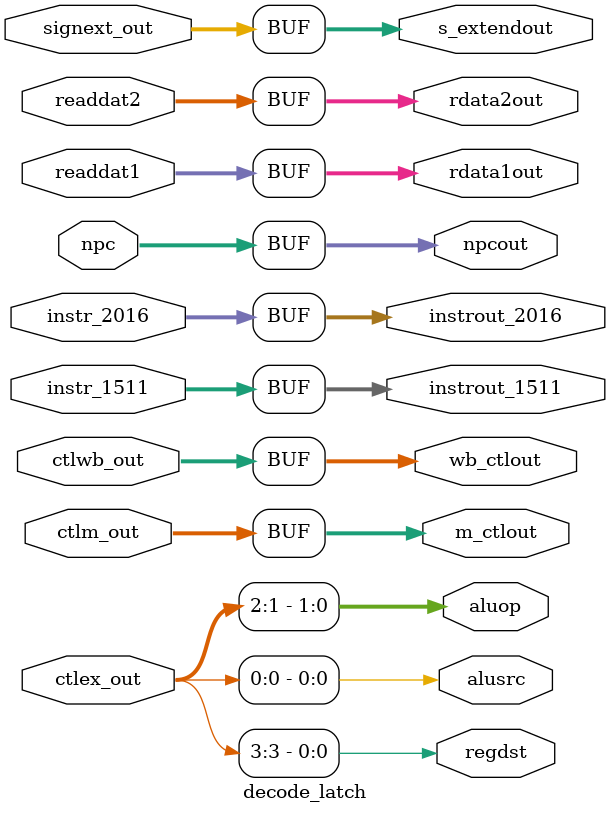
<source format=v>


`timescale 1ns / 1ps

module decode_latch (
	input	wire [1:0]	    ctlwb_out,
	input	wire [2:0]	    ctlm_out,
	input	wire [3:0]	    ctlex_out,
	input	wire [31:0]	    npc, readdat1, readdat2, signext_out,
	input	wire [4:0]	    instr_2016, instr_1511,
	output	reg	 [1:0]		wb_ctlout,
	output	reg	 [2:0]		m_ctlout,
	output	reg				regdst, alusrc,
	output	reg	[1:0]		aluop,
	output	reg [31:0]	    npcout, rdata1out, rdata2out, s_extendout,
	output	reg	[4:0]		instrout_2016, instrout_1511
 );

initial
begin
      //Assign 0's to everything
  		wb_ctlout <= 0;
	  	m_ctlout <= 0;
	  	regdst <= 0;
	  	aluop <= 0;
	  	alusrc <= 0;
	  	npcout <= 0;
	  	rdata1out <= 0;
	  	rdata2out <= 0;
	  	s_extendout <= 0;
		instrout_2016 <= 0;
		instrout_1511 <= 0;
end

always @ *
begin
     //Wire the inputs, to the outputs corresponding outputs
 		 #1
	 	 wb_ctlout <= ctlwb_out;
		 m_ctlout <= ctlm_out;
		 regdst <= ctlex_out[3];
		 aluop <= ctlex_out[2:1];
		 alusrc <= ctlex_out[0];
		 npcout <= npc;
		 rdata1out <= readdat1;
		 rdata2out <= readdat2;
		 s_extendout <= signext_out;
		 instrout_2016 <= instr_2016;
		 instrout_1511 <= instr_1511;
end
endmodule	// decode_latch

</source>
